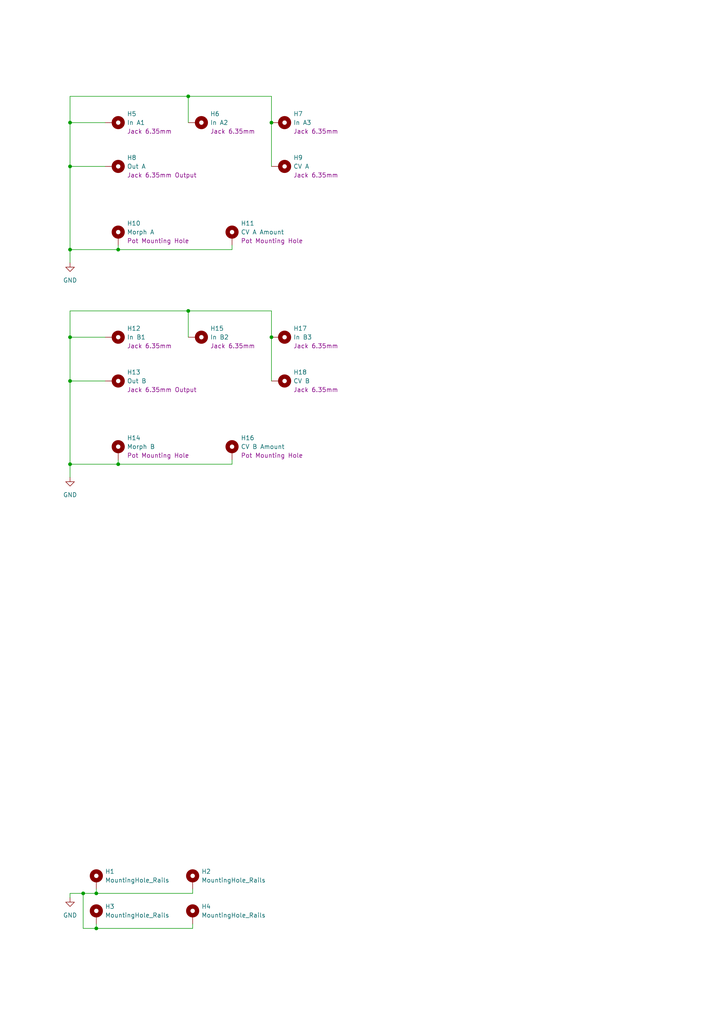
<source format=kicad_sch>
(kicad_sch (version 20231120) (generator "eeschema") (generator_version "8.0")
  (paper "A4" portrait)
  (title_block (title "Morpher") (company "DMH Instruments"))
  (lib_symbols
    (symbol "SynthStuff:MountingHole_Jack6.35mm_Output_v2" (pin_numbers hide) (pin_names (offset 1.016) hide) (exclude_from_sim yes) (in_bom no)
      (property "Reference" "H" (at 0 5.08 0))
      (property "Value" "SIGNAL NAME" (at 0 3.175 0))
      (property "Description" "Jack 6.35mm Output" (at 0.254 -3.302 0))
      (symbol "MountingHole_Jack6.35mm_Output_v2_0_1"
        (circle (center 0 0) (radius 1.27) (stroke (width 1.27)))
      )
      (symbol "MountingHole_Jack6.35mm_Output_v2_1_1"
        (pin input line (at -3.81 0 0) (length 2.54) (name "1") (number "1"))
      )
    )
    (symbol "SynthStuff:MountingHole_Jack6.35mm_v2" (pin_numbers hide) (pin_names (offset 1.016) hide) (exclude_from_sim yes) (in_bom no)
      (property "Reference" "H" (at 0 5.08 0))
      (property "Value" "SIGNAL NAME" (at 0 3.175 0))
      (property "Description" "Jack 6.35mm" (at 0 -3.048 0))
      (symbol "MountingHole_Jack6.35mm_v2_0_1"
        (circle (center 0 0) (radius 1.27) (stroke (width 1.27)))
      )
      (symbol "MountingHole_Jack6.35mm_v2_1_1"
        (pin input line (at -3.81 0 0) (length 2.54) (name "1") (number "1"))
      )
    )
    (symbol "SynthStuff:MountingHole_Pot" (pin_numbers hide) (pin_names (offset 1.016) hide) (exclude_from_sim yes) (in_bom no)
      (property "Reference" "H" (at 0 6.35 0))
      (property "Value" "Function" (at 0 4.445 0))
      (property "Description" "Pot Mounting Hole" (at 0 0 0))
      (symbol "MountingHole_Pot_0_1"
        (circle (center 0 1.27) (radius 1.27) (stroke (width 1.27)))
      )
      (symbol "MountingHole_Pot_1_1"
        (pin input line (at 0 -2.54 90) (length 2.54) (name "1") (number "1"))
      )
    )
    (symbol "SynthStuff:MountingHole_Rails" (pin_numbers hide) (pin_names (offset 1.016) hide) (exclude_from_sim yes) (in_bom no)
      (property "Reference" "H" (at 0 6.35 0))
      (property "Value" "MountingHole_Rails" (at 0 4.445 0))
      (symbol "MountingHole_Rails_0_1"
        (circle (center 0 1.27) (radius 1.27) (stroke (width 1.27)))
      )
      (symbol "MountingHole_Rails_1_1"
        (pin input line (at 0 -2.54 90) (length 2.54) (name "1") (number "1"))
      )
    )
    (symbol "power:GND" (power) (pin_numbers hide) (pin_names (offset 0) hide)
      (property "Value" "GND" (at 0 -3.81 0))
      (symbol "GND_0_1"
        (polyline (pts (xy 0 0) (xy 0 -1.27) (xy 1.27 -1.27) (xy 0 -2.54) (xy -1.27 -1.27) (xy 0 -1.27)))
      )
      (symbol "GND_1_1"
        (pin power_in line (at 0 0 270) (length 0) (name "~") (number "1"))
      )
    )
  )
  (junction (at 20.32 110.49))
  (junction (at 20.32 97.79))
  (junction (at 54.61 27.94))
  (junction (at 20.32 35.56))
  (junction (at 34.29 134.62))
  (junction (at 20.32 72.39))
  (junction (at 54.61 90.17))
  (junction (at 27.94 269.24))
  (junction (at 78.74 35.56))
  (junction (at 20.32 48.26))
  (junction (at 27.94 259.08))
  (junction (at 24.13 259.08))
  (junction (at 34.29 72.39))
  (junction (at 20.32 134.62))
  (junction (at 78.74 97.79))
  (wire (pts (xy 20.32 72.39) (xy 34.29 72.39)))
  (wire (pts (xy 55.88 259.08) (xy 27.94 259.08)))
  (wire (pts (xy 55.88 267.97) (xy 55.88 269.24)))
  (wire (pts (xy 67.31 134.62) (xy 67.31 133.35)))
  (wire (pts (xy 78.74 97.79) (xy 78.74 90.17)))
  (wire (pts (xy 78.74 35.56) (xy 78.74 48.26)))
  (wire (pts (xy 20.32 259.08) (xy 24.13 259.08)))
  (wire (pts (xy 27.94 269.24) (xy 27.94 267.97)))
  (wire (pts (xy 24.13 269.24) (xy 27.94 269.24)))
  (wire (pts (xy 20.32 35.56) (xy 20.32 48.26)))
  (wire (pts (xy 30.48 97.79) (xy 20.32 97.79)))
  (wire (pts (xy 20.32 260.35) (xy 20.32 259.08)))
  (wire (pts (xy 78.74 97.79) (xy 78.74 110.49)))
  (wire (pts (xy 20.32 90.17) (xy 20.32 97.79)))
  (wire (pts (xy 24.13 259.08) (xy 27.94 259.08)))
  (wire (pts (xy 78.74 27.94) (xy 54.61 27.94)))
  (wire (pts (xy 34.29 72.39) (xy 67.31 72.39)))
  (wire (pts (xy 30.48 110.49) (xy 20.32 110.49)))
  (wire (pts (xy 24.13 259.08) (xy 24.13 269.24)))
  (wire (pts (xy 34.29 134.62) (xy 34.29 133.35)))
  (wire (pts (xy 55.88 257.81) (xy 55.88 259.08)))
  (wire (pts (xy 34.29 134.62) (xy 67.31 134.62)))
  (wire (pts (xy 34.29 72.39) (xy 34.29 71.12)))
  (wire (pts (xy 20.32 134.62) (xy 34.29 134.62)))
  (wire (pts (xy 20.32 48.26) (xy 20.32 72.39)))
  (wire (pts (xy 20.32 72.39) (xy 20.32 76.2)))
  (wire (pts (xy 54.61 27.94) (xy 20.32 27.94)))
  (wire (pts (xy 27.94 259.08) (xy 27.94 257.81)))
  (wire (pts (xy 20.32 134.62) (xy 20.32 138.43)))
  (wire (pts (xy 30.48 48.26) (xy 20.32 48.26)))
  (wire (pts (xy 67.31 72.39) (xy 67.31 71.12)))
  (wire (pts (xy 20.32 27.94) (xy 20.32 35.56)))
  (wire (pts (xy 30.48 35.56) (xy 20.32 35.56)))
  (wire (pts (xy 78.74 35.56) (xy 78.74 27.94)))
  (wire (pts (xy 20.32 110.49) (xy 20.32 134.62)))
  (wire (pts (xy 54.61 97.79) (xy 54.61 90.17)))
  (wire (pts (xy 54.61 90.17) (xy 20.32 90.17)))
  (wire (pts (xy 55.88 269.24) (xy 27.94 269.24)))
  (wire (pts (xy 78.74 90.17) (xy 54.61 90.17)))
  (wire (pts (xy 54.61 35.56) (xy 54.61 27.94)))
  (wire (pts (xy 20.32 97.79) (xy 20.32 110.49)))
  (symbol (lib_id "SynthStuff:MountingHole_Rails") (at 55.88 255.27 0) (unit 1) (exclude_from_sim yes) (in_bom no)
    (property "Reference" "H2" (at 58.42 252.7299 0) (effects (justify left)))
    (property "Value" "MountingHole_Rails" (at 58.42 255.2699 0) (effects (justify left)))
    (property "Footprint" "SynthStuff:MountingHole_Slotted_Rails" (effects (hide yes)))
    (property "Description" "Mounting Hole with connection" (effects (hide yes)))
  )
  (symbol (lib_id "power:GND") (at 20.32 138.43 0) (unit 1)
    (property "Reference" "#PWR03" (effects (hide yes)))
    (property "Value" "GND" (at 20.32 143.51 0))
    (property "Description" "Power symbol creates a global label with name \"GND\" , ground" (effects (hide yes)))
  )
  (symbol (lib_id "SynthStuff:MountingHole_Jack6.35mm_v2") (at 58.42 35.56 0) (unit 1) (exclude_from_sim yes) (in_bom no)
    (property "Reference" "H6" (at 60.96 33.0199 0) (effects (justify left)))
    (property "Value" "In A2" (at 60.96 35.5599 0) (effects (justify left)))
    (property "Footprint" "SynthStuff:Jack_6.35mm_Cutout_v3" (effects (hide yes)))
    (property "Description" "Jack 6.35mm" (at 60.96 38.0999 0) (effects (justify left)))
  )
  (symbol (lib_id "SynthStuff:MountingHole_Jack6.35mm_v2") (at 82.55 35.56 0) (unit 1) (exclude_from_sim yes) (in_bom no)
    (property "Reference" "H7" (at 85.09 33.0199 0) (effects (justify left)))
    (property "Value" "In A3" (at 85.09 35.5599 0) (effects (justify left)))
    (property "Footprint" "SynthStuff:Jack_6.35mm_Cutout_v3" (effects (hide yes)))
    (property "Description" "Jack 6.35mm" (at 85.09 38.0999 0) (effects (justify left)))
  )
  (symbol (lib_id "SynthStuff:MountingHole_Pot") (at 34.29 130.81 0) (unit 1) (exclude_from_sim yes) (in_bom no)
    (property "Reference" "H14" (at 36.83 126.9999 0) (effects (justify left)))
    (property "Value" "Morph B" (at 36.83 129.5399 0) (effects (justify left)))
    (property "Footprint" "SynthStuff:Pot_Cutout_Medium_v2" (effects (hide yes)))
    (property "Description" "Pot Mounting Hole" (at 36.83 132.0799 0) (effects (justify left)))
  )
  (symbol (lib_id "SynthStuff:MountingHole_Pot") (at 34.29 68.58 0) (unit 1) (exclude_from_sim yes) (in_bom no)
    (property "Reference" "H10" (at 36.83 64.7699 0) (effects (justify left)))
    (property "Value" "Morph A" (at 36.83 67.3099 0) (effects (justify left)))
    (property "Footprint" "SynthStuff:Pot_Cutout_Medium_v2" (effects (hide yes)))
    (property "Description" "Pot Mounting Hole" (at 36.83 69.8499 0) (effects (justify left)))
  )
  (symbol (lib_id "SynthStuff:MountingHole_Jack6.35mm_Output_v2") (at 34.29 48.26 0) (unit 1) (exclude_from_sim yes) (in_bom no)
    (property "Reference" "H8" (at 36.83 45.7199 0) (effects (justify left)))
    (property "Value" "Out A" (at 36.83 48.2599 0) (effects (justify left)))
    (property "Footprint" "SynthStuff:Jack_6.35mm_Cutout_Output_v6" (effects (hide yes)))
    (property "Description" "Jack 6.35mm Output" (at 36.83 50.7999 0) (effects (justify left)))
  )
  (symbol (lib_id "SynthStuff:MountingHole_Pot") (at 67.31 130.81 0) (unit 1) (exclude_from_sim yes) (in_bom no)
    (property "Reference" "H16" (at 69.85 126.9999 0) (effects (justify left)))
    (property "Value" "CV B Amount" (at 69.85 129.54 0) (effects (justify left)))
    (property "Footprint" "SynthStuff:Pot_Cutout_Tiny" (effects (hide yes)))
    (property "Description" "Pot Mounting Hole" (at 69.85 132.0799 0) (effects (justify left)))
  )
  (symbol (lib_id "SynthStuff:MountingHole_Jack6.35mm_v2") (at 82.55 110.49 0) (unit 1) (exclude_from_sim yes) (in_bom no)
    (property "Reference" "H18" (at 85.09 107.9499 0) (effects (justify left)))
    (property "Value" "CV B" (at 85.09 110.4899 0) (effects (justify left)))
    (property "Footprint" "SynthStuff:Jack_6.35mm_Cutout_v3" (effects (hide yes)))
    (property "Description" "Jack 6.35mm" (at 85.09 113.0299 0) (effects (justify left)))
  )
  (symbol (lib_id "SynthStuff:MountingHole_Pot") (at 67.31 68.58 0) (unit 1) (exclude_from_sim yes) (in_bom no)
    (property "Reference" "H11" (at 69.85 64.7699 0) (effects (justify left)))
    (property "Value" "CV A Amount" (at 69.85 67.3099 0) (effects (justify left)))
    (property "Footprint" "SynthStuff:Pot_Cutout_Tiny" (effects (hide yes)))
    (property "Description" "Pot Mounting Hole" (at 69.85 69.8499 0) (effects (justify left)))
  )
  (symbol (lib_id "SynthStuff:MountingHole_Jack6.35mm_v2") (at 34.29 97.79 0) (unit 1) (exclude_from_sim yes) (in_bom no)
    (property "Reference" "H12" (at 36.83 95.2499 0) (effects (justify left)))
    (property "Value" "In B1" (at 36.83 97.7899 0) (effects (justify left)))
    (property "Footprint" "SynthStuff:Jack_6.35mm_Cutout_v3" (effects (hide yes)))
    (property "Description" "Jack 6.35mm" (at 36.83 100.3299 0) (effects (justify left)))
  )
  (symbol (lib_id "power:GND") (at 20.32 260.35 0) (unit 1)
    (property "Reference" "#PWR01" (effects (hide yes)))
    (property "Value" "GND" (at 20.32 265.43 0))
    (property "Description" "Power symbol creates a global label with name \"GND\" , ground" (effects (hide yes)))
  )
  (symbol (lib_id "SynthStuff:MountingHole_Jack6.35mm_v2") (at 82.55 48.26 0) (unit 1) (exclude_from_sim yes) (in_bom no)
    (property "Reference" "H9" (at 85.09 45.7199 0) (effects (justify left)))
    (property "Value" "CV A" (at 85.09 48.2599 0) (effects (justify left)))
    (property "Footprint" "SynthStuff:Jack_6.35mm_Cutout_v3" (effects (hide yes)))
    (property "Description" "Jack 6.35mm" (at 85.09 50.7999 0) (effects (justify left)))
  )
  (symbol (lib_id "SynthStuff:MountingHole_Rails") (at 27.94 265.43 0) (unit 1) (exclude_from_sim yes) (in_bom no)
    (property "Reference" "H3" (at 30.48 262.8899 0) (effects (justify left)))
    (property "Value" "MountingHole_Rails" (at 30.48 265.4299 0) (effects (justify left)))
    (property "Footprint" "SynthStuff:MountingHole_Slotted_Rails" (effects (hide yes)))
    (property "Description" "Mounting Hole with connection" (effects (hide yes)))
  )
  (symbol (lib_id "power:GND") (at 20.32 76.2 0) (unit 1)
    (property "Reference" "#PWR02" (effects (hide yes)))
    (property "Value" "GND" (at 20.32 81.28 0))
    (property "Description" "Power symbol creates a global label with name \"GND\" , ground" (effects (hide yes)))
  )
  (symbol (lib_id "SynthStuff:MountingHole_Jack6.35mm_v2") (at 58.42 97.79 0) (unit 1) (exclude_from_sim yes) (in_bom no)
    (property "Reference" "H15" (at 60.96 95.2499 0) (effects (justify left)))
    (property "Value" "In B2" (at 60.96 97.7899 0) (effects (justify left)))
    (property "Footprint" "SynthStuff:Jack_6.35mm_Cutout_v3" (effects (hide yes)))
    (property "Description" "Jack 6.35mm" (at 60.96 100.3299 0) (effects (justify left)))
  )
  (symbol (lib_id "SynthStuff:MountingHole_Jack6.35mm_v2") (at 82.55 97.79 0) (unit 1) (exclude_from_sim yes) (in_bom no)
    (property "Reference" "H17" (at 85.09 95.2499 0) (effects (justify left)))
    (property "Value" "In B3" (at 85.09 97.7899 0) (effects (justify left)))
    (property "Footprint" "SynthStuff:Jack_6.35mm_Cutout_v3" (effects (hide yes)))
    (property "Description" "Jack 6.35mm" (at 85.09 100.3299 0) (effects (justify left)))
  )
  (symbol (lib_id "SynthStuff:MountingHole_Rails") (at 55.88 265.43 0) (unit 1) (exclude_from_sim yes) (in_bom no)
    (property "Reference" "H4" (at 58.42 262.8899 0) (effects (justify left)))
    (property "Value" "MountingHole_Rails" (at 58.42 265.4299 0) (effects (justify left)))
    (property "Footprint" "SynthStuff:MountingHole_Slotted_Rails" (effects (hide yes)))
    (property "Description" "Mounting Hole with connection" (effects (hide yes)))
  )
  (symbol (lib_id "SynthStuff:MountingHole_Jack6.35mm_v2") (at 34.29 35.56 0) (unit 1) (exclude_from_sim yes) (in_bom no)
    (property "Reference" "H5" (at 36.83 33.0199 0) (effects (justify left)))
    (property "Value" "In A1" (at 36.83 35.5599 0) (effects (justify left)))
    (property "Footprint" "SynthStuff:Jack_6.35mm_Cutout_v3" (effects (hide yes)))
    (property "Description" "Jack 6.35mm" (at 36.83 38.0999 0) (effects (justify left)))
  )
  (symbol (lib_id "SynthStuff:MountingHole_Jack6.35mm_Output_v2") (at 34.29 110.49 0) (unit 1) (exclude_from_sim yes) (in_bom no)
    (property "Reference" "H13" (at 36.83 107.9499 0) (effects (justify left)))
    (property "Value" "Out B" (at 36.83 110.4899 0) (effects (justify left)))
    (property "Footprint" "SynthStuff:Jack_6.35mm_Cutout_Output_v6" (effects (hide yes)))
    (property "Description" "Jack 6.35mm Output" (at 36.83 113.0299 0) (effects (justify left)))
  )
  (symbol (lib_id "SynthStuff:MountingHole_Rails") (at 27.94 255.27 0) (unit 1) (exclude_from_sim yes) (in_bom no)
    (property "Reference" "H1" (at 30.48 252.7299 0) (effects (justify left)))
    (property "Value" "MountingHole_Rails" (at 30.48 255.2699 0) (effects (justify left)))
    (property "Footprint" "SynthStuff:MountingHole_Slotted_Rails" (effects (hide yes)))
    (property "Description" "Mounting Hole with connection" (effects (hide yes)))
  )
)
</source>
